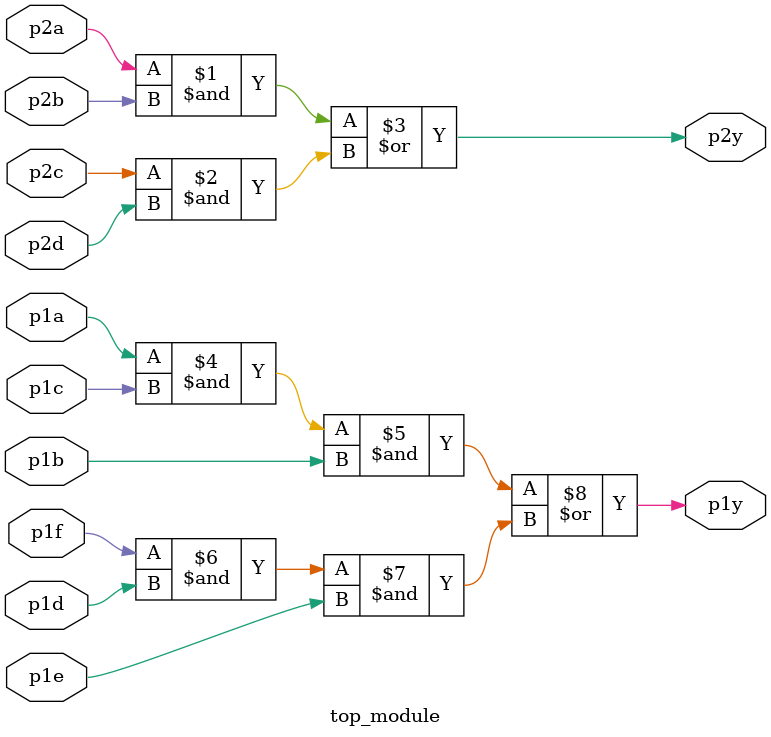
<source format=v>
module top_module ( 
    input p1a, p1b, p1c, p1d, p1e, p1f,
    output p1y,
    input p2a, p2b, p2c, p2d,
    output p2y );
    // https://hdlbits.01xz.net/wiki/7458
    assign p2y = ((p2a&p2b)|(p2c&p2d));
    assign p1y = ( (p1a & p1c & p1b) | (p1f & p1d & p1e) );
endmodule // DONE

</source>
